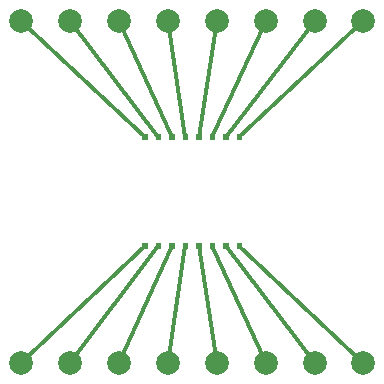
<source format=gbr>
%TF.GenerationSoftware,KiCad,Pcbnew,8.0.8*%
%TF.CreationDate,2025-07-18T16:58:46-07:00*%
%TF.ProjectId,,58585858-5858-4585-9858-585858585858,rev?*%
%TF.SameCoordinates,Original*%
%TF.FileFunction,Copper,L1,Top*%
%TF.FilePolarity,Positive*%
%FSLAX46Y46*%
G04 Gerber Fmt 4.6, Leading zero omitted, Abs format (unit mm)*
G04 Created by KiCad (PCBNEW 8.0.8) date 2025-07-18 16:58:46*
%MOMM*%
%LPD*%
G01*
G04 APERTURE LIST*
%TA.AperFunction,ComponentPad*%
%ADD10C,2.000000*%
%TD*%
%TA.AperFunction,Conductor*%
%ADD11C,0.300000*%
%TD*%
%ADD12C,0.350000*%
G04 APERTURE END LIST*
%TA.AperFunction,NonConductor*%
G36*
X21250000Y-21850000D02*
G01*
X21750000Y-21850000D01*
X21750000Y-22350000D01*
X21250000Y-22350000D01*
X21250000Y-21850000D01*
G37*
%TD.AperFunction*%
%TA.AperFunction,NonConductor*%
G36*
X21250000Y-12650000D02*
G01*
X21750000Y-12650000D01*
X21750000Y-13150000D01*
X21250000Y-13150000D01*
X21250000Y-12650000D01*
G37*
%TD.AperFunction*%
%TA.AperFunction,NonConductor*%
G36*
X20107142Y-21850000D02*
G01*
X20607142Y-21850000D01*
X20607142Y-22350000D01*
X20107142Y-22350000D01*
X20107142Y-21850000D01*
G37*
%TD.AperFunction*%
%TA.AperFunction,NonConductor*%
G36*
X20107142Y-12650000D02*
G01*
X20607142Y-12650000D01*
X20607142Y-13150000D01*
X20107142Y-13150000D01*
X20107142Y-12650000D01*
G37*
%TD.AperFunction*%
%TA.AperFunction,NonConductor*%
G36*
X18964285Y-21850000D02*
G01*
X19464285Y-21850000D01*
X19464285Y-22350000D01*
X18964285Y-22350000D01*
X18964285Y-21850000D01*
G37*
%TD.AperFunction*%
%TA.AperFunction,NonConductor*%
G36*
X18964285Y-12650000D02*
G01*
X19464285Y-12650000D01*
X19464285Y-13150000D01*
X18964285Y-13150000D01*
X18964285Y-12650000D01*
G37*
%TD.AperFunction*%
%TA.AperFunction,NonConductor*%
G36*
X17821428Y-21850000D02*
G01*
X18321428Y-21850000D01*
X18321428Y-22350000D01*
X17821428Y-22350000D01*
X17821428Y-21850000D01*
G37*
%TD.AperFunction*%
%TA.AperFunction,NonConductor*%
G36*
X17821428Y-12650000D02*
G01*
X18321428Y-12650000D01*
X18321428Y-13150000D01*
X17821428Y-13150000D01*
X17821428Y-12650000D01*
G37*
%TD.AperFunction*%
%TA.AperFunction,NonConductor*%
G36*
X16678571Y-21850000D02*
G01*
X17178571Y-21850000D01*
X17178571Y-22350000D01*
X16678571Y-22350000D01*
X16678571Y-21850000D01*
G37*
%TD.AperFunction*%
%TA.AperFunction,NonConductor*%
G36*
X16678571Y-12650000D02*
G01*
X17178571Y-12650000D01*
X17178571Y-13150000D01*
X16678571Y-13150000D01*
X16678571Y-12650000D01*
G37*
%TD.AperFunction*%
%TA.AperFunction,NonConductor*%
G36*
X15535714Y-21850000D02*
G01*
X16035714Y-21850000D01*
X16035714Y-22350000D01*
X15535714Y-22350000D01*
X15535714Y-21850000D01*
G37*
%TD.AperFunction*%
%TA.AperFunction,NonConductor*%
G36*
X15535714Y-12650000D02*
G01*
X16035714Y-12650000D01*
X16035714Y-13150000D01*
X15535714Y-13150000D01*
X15535714Y-12650000D01*
G37*
%TD.AperFunction*%
%TA.AperFunction,NonConductor*%
G36*
X14392857Y-21850000D02*
G01*
X14892857Y-21850000D01*
X14892857Y-22350000D01*
X14392857Y-22350000D01*
X14392857Y-21850000D01*
G37*
%TD.AperFunction*%
%TA.AperFunction,NonConductor*%
G36*
X14392857Y-12650000D02*
G01*
X14892857Y-12650000D01*
X14892857Y-13150000D01*
X14392857Y-13150000D01*
X14392857Y-12650000D01*
G37*
%TD.AperFunction*%
%TA.AperFunction,NonConductor*%
G36*
X13250000Y-21850000D02*
G01*
X13750000Y-21850000D01*
X13750000Y-22350000D01*
X13250000Y-22350000D01*
X13250000Y-21850000D01*
G37*
%TD.AperFunction*%
%TA.AperFunction,NonConductor*%
G36*
X13250000Y-12650000D02*
G01*
X13750000Y-12650000D01*
X13750000Y-13150000D01*
X13250000Y-13150000D01*
X13250000Y-12650000D01*
G37*
%TD.AperFunction*%
D10*
%TO.P,,*%
%TO.N,*%
X32000000Y-32000000D03*
%TD*%
%TO.P,,*%
%TO.N,*%
X32000000Y-3000000D03*
%TD*%
%TO.P,,*%
%TO.N,*%
X27857142Y-32000000D03*
%TD*%
%TO.P,,*%
%TO.N,*%
X27857142Y-3000000D03*
%TD*%
%TO.P,,*%
%TO.N,*%
X23714285Y-32000000D03*
%TD*%
%TO.P,,*%
%TO.N,*%
X23714285Y-3000000D03*
%TD*%
%TO.P,,*%
%TO.N,*%
X19571428Y-32000000D03*
%TD*%
%TO.P,,*%
%TO.N,*%
X19571428Y-3000000D03*
%TD*%
%TO.P,,*%
%TO.N,*%
X15428571Y-32000000D03*
%TD*%
%TO.P,,*%
%TO.N,*%
X15428571Y-3000000D03*
%TD*%
%TO.P,,*%
%TO.N,*%
X11285714Y-32000000D03*
%TD*%
%TO.P,,*%
%TO.N,*%
X11285714Y-3000000D03*
%TD*%
%TO.P,,*%
%TO.N,*%
X7142857Y-32000000D03*
%TD*%
%TO.P,,*%
%TO.N,*%
X7142857Y-3000000D03*
%TD*%
%TO.P,,*%
%TO.N,*%
X3000000Y-32000000D03*
%TD*%
%TO.P,,*%
%TO.N,*%
X3000000Y-3000000D03*
%TD*%
D11*
%TO.N,*%
X32000000Y-32000000D02*
X21500000Y-22100000D01*
X32000000Y-3000000D02*
X21500000Y-12900000D01*
X27857142Y-32000000D02*
X20357142Y-22100000D01*
X27857142Y-3000000D02*
X20357142Y-12900000D01*
X23714285Y-32000000D02*
X19214285Y-22100000D01*
X23714285Y-3000000D02*
X19214285Y-12900000D01*
X19571428Y-32000000D02*
X18071428Y-22100000D01*
X19571428Y-3000000D02*
X18071428Y-12900000D01*
X15428571Y-32000000D02*
X16928571Y-22100000D01*
X15428571Y-3000000D02*
X16928571Y-12900000D01*
X11285714Y-32000000D02*
X15785714Y-22100000D01*
X11285714Y-3000000D02*
X15785714Y-12900000D01*
X7142857Y-32000000D02*
X14642857Y-22100000D01*
X7142857Y-3000000D02*
X14642857Y-12900000D01*
X3000000Y-32000000D02*
X13500000Y-22100000D01*
X3000000Y-3000000D02*
X13500000Y-12900000D01*
%TD*%
D12*
X32000000Y-32000000D03*
X32000000Y-3000000D03*
X27857142Y-32000000D03*
X27857142Y-3000000D03*
X23714285Y-32000000D03*
X23714285Y-3000000D03*
X19571428Y-32000000D03*
X19571428Y-3000000D03*
X15428571Y-32000000D03*
X15428571Y-3000000D03*
X11285714Y-32000000D03*
X11285714Y-3000000D03*
X7142857Y-32000000D03*
X7142857Y-3000000D03*
X3000000Y-32000000D03*
X3000000Y-3000000D03*
M02*

</source>
